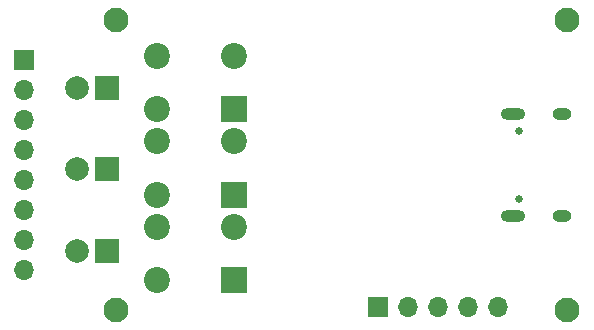
<source format=gbr>
%TF.GenerationSoftware,KiCad,Pcbnew,8.0.7*%
%TF.CreationDate,2025-04-15T10:47:43+02:00*%
%TF.ProjectId,colobus_hardware,636f6c6f-6275-4735-9f68-617264776172,rev?*%
%TF.SameCoordinates,Original*%
%TF.FileFunction,Soldermask,Bot*%
%TF.FilePolarity,Negative*%
%FSLAX46Y46*%
G04 Gerber Fmt 4.6, Leading zero omitted, Abs format (unit mm)*
G04 Created by KiCad (PCBNEW 8.0.7) date 2025-04-15 10:47:43*
%MOMM*%
%LPD*%
G01*
G04 APERTURE LIST*
%ADD10C,2.100000*%
%ADD11R,2.000000X2.000000*%
%ADD12C,2.000000*%
%ADD13R,2.200000X2.200000*%
%ADD14C,2.200000*%
%ADD15R,1.700000X1.700000*%
%ADD16O,1.700000X1.700000*%
%ADD17C,0.650000*%
%ADD18O,2.100000X1.000000*%
%ADD19O,1.600000X1.000000*%
G04 APERTURE END LIST*
D10*
%TO.C,H1*%
X109750000Y-102500000D03*
%TD*%
D11*
%TO.C,D2*%
X109000000Y-108250000D03*
D12*
X106460000Y-108250000D03*
%TD*%
D13*
%TO.C,Button3*%
X119750000Y-124500000D03*
D14*
X119750000Y-120000000D03*
X113250000Y-124500000D03*
X113250000Y-120000000D03*
%TD*%
D11*
%TO.C,D4*%
X109000000Y-122000000D03*
D12*
X106460000Y-122000000D03*
%TD*%
D15*
%TO.C,J3*%
X102000000Y-105875000D03*
D16*
X102000000Y-108415000D03*
X102000000Y-110955000D03*
X102000000Y-113495000D03*
X102000000Y-116035000D03*
X102000000Y-118575000D03*
X102000000Y-121115000D03*
X102000000Y-123655000D03*
%TD*%
D10*
%TO.C,H3*%
X148000000Y-102500000D03*
%TD*%
D13*
%TO.C,Button2*%
X119750000Y-117250000D03*
D14*
X119750000Y-112750000D03*
X113250000Y-117250000D03*
X113250000Y-112750000D03*
%TD*%
D10*
%TO.C,H4*%
X148000000Y-127000000D03*
%TD*%
D13*
%TO.C,Button1*%
X119750000Y-110000000D03*
D14*
X119750000Y-105500000D03*
X113250000Y-110000000D03*
X113250000Y-105500000D03*
%TD*%
D15*
%TO.C,J1*%
X131925000Y-126750000D03*
D16*
X134465000Y-126750000D03*
X137005000Y-126750000D03*
X139545000Y-126750000D03*
X142085000Y-126750000D03*
%TD*%
D17*
%TO.C,J2*%
X143895000Y-117640000D03*
X143895000Y-111860000D03*
D18*
X143395000Y-119070000D03*
D19*
X147575000Y-119070000D03*
D18*
X143395000Y-110430000D03*
D19*
X147575000Y-110430000D03*
%TD*%
D10*
%TO.C,H2*%
X109750000Y-127000000D03*
%TD*%
D11*
%TO.C,D3*%
X109000000Y-115125000D03*
D12*
X106460000Y-115125000D03*
%TD*%
M02*

</source>
